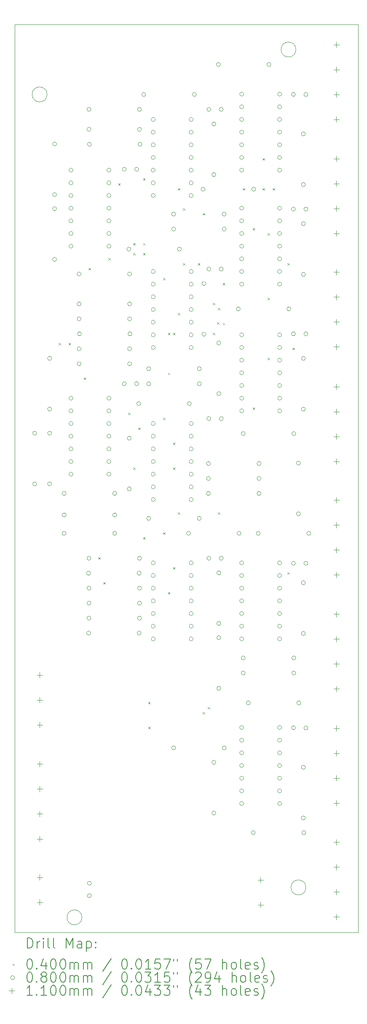
<source format=gbr>
%TF.GenerationSoftware,KiCad,Pcbnew,(6.0.8)*%
%TF.CreationDate,2022-11-05T23:26:08+09:00*%
%TF.ProjectId,CIRCUITOS,43495243-5549-4544-9f53-2e6b69636164,rev?*%
%TF.SameCoordinates,Original*%
%TF.FileFunction,Drillmap*%
%TF.FilePolarity,Positive*%
%FSLAX45Y45*%
G04 Gerber Fmt 4.5, Leading zero omitted, Abs format (unit mm)*
G04 Created by KiCad (PCBNEW (6.0.8)) date 2022-11-05 23:26:08*
%MOMM*%
%LPD*%
G01*
G04 APERTURE LIST*
%ADD10C,0.100000*%
%ADD11C,0.200000*%
%ADD12C,0.040000*%
%ADD13C,0.080000*%
%ADD14C,0.110000*%
G04 APERTURE END LIST*
D10*
X16150000Y-18700000D02*
G75*
G03*
X16150000Y-18700000I-150000J0D01*
G01*
X15950000Y-1900000D02*
G75*
G03*
X15950000Y-1900000I-150000J0D01*
G01*
X11650000Y-19300000D02*
G75*
G03*
X11650000Y-19300000I-150000J0D01*
G01*
X10950000Y-2800000D02*
G75*
G03*
X10950000Y-2800000I-150000J0D01*
G01*
X17200000Y-19600000D02*
X10300000Y-19600000D01*
X10300000Y-19600000D02*
X10300000Y-1400000D01*
X10300000Y-1400000D02*
X17200000Y-1400000D01*
X17200000Y-1400000D02*
X17200000Y-19600000D01*
D11*
D12*
X11180000Y-7780000D02*
X11220000Y-7820000D01*
X11220000Y-7780000D02*
X11180000Y-7820000D01*
X11380000Y-7780000D02*
X11420000Y-7820000D01*
X11420000Y-7780000D02*
X11380000Y-7820000D01*
X11684500Y-8475500D02*
X11724500Y-8515500D01*
X11724500Y-8475500D02*
X11684500Y-8515500D01*
X11780000Y-6280000D02*
X11820000Y-6320000D01*
X11820000Y-6280000D02*
X11780000Y-6320000D01*
X11980000Y-12080000D02*
X12020000Y-12120000D01*
X12020000Y-12080000D02*
X11980000Y-12120000D01*
X12080000Y-12580000D02*
X12120000Y-12620000D01*
X12120000Y-12580000D02*
X12080000Y-12620000D01*
X12180000Y-6080000D02*
X12220000Y-6120000D01*
X12220000Y-6080000D02*
X12180000Y-6120000D01*
X12380000Y-4580000D02*
X12420000Y-4620000D01*
X12420000Y-4580000D02*
X12380000Y-4620000D01*
X12580000Y-9180000D02*
X12620000Y-9220000D01*
X12620000Y-9180000D02*
X12580000Y-9220000D01*
X12680000Y-5780000D02*
X12720000Y-5820000D01*
X12720000Y-5780000D02*
X12680000Y-5820000D01*
X12680000Y-5980000D02*
X12720000Y-6020000D01*
X12720000Y-5980000D02*
X12680000Y-6020000D01*
X12680000Y-10280000D02*
X12720000Y-10320000D01*
X12720000Y-10280000D02*
X12680000Y-10320000D01*
X12780000Y-9480000D02*
X12820000Y-9520000D01*
X12820000Y-9480000D02*
X12780000Y-9520000D01*
X12880000Y-4480000D02*
X12920000Y-4520000D01*
X12920000Y-4480000D02*
X12880000Y-4520000D01*
X12880000Y-5780000D02*
X12920000Y-5820000D01*
X12920000Y-5780000D02*
X12880000Y-5820000D01*
X12880000Y-5980000D02*
X12920000Y-6020000D01*
X12920000Y-5980000D02*
X12880000Y-6020000D01*
X12880000Y-11680000D02*
X12920000Y-11720000D01*
X12920000Y-11680000D02*
X12880000Y-11720000D01*
X12980000Y-14980000D02*
X13020000Y-15020000D01*
X13020000Y-14980000D02*
X12980000Y-15020000D01*
X12980000Y-15480000D02*
X13020000Y-15520000D01*
X13020000Y-15480000D02*
X12980000Y-15520000D01*
X13280000Y-6480000D02*
X13320000Y-6520000D01*
X13320000Y-6480000D02*
X13280000Y-6520000D01*
X13280000Y-9280000D02*
X13320000Y-9320000D01*
X13320000Y-9280000D02*
X13280000Y-9320000D01*
X13280000Y-11580000D02*
X13320000Y-11620000D01*
X13320000Y-11580000D02*
X13280000Y-11620000D01*
X13380000Y-7580000D02*
X13420000Y-7620000D01*
X13420000Y-7580000D02*
X13380000Y-7620000D01*
X13380000Y-8380000D02*
X13420000Y-8420000D01*
X13420000Y-8380000D02*
X13380000Y-8420000D01*
X13380000Y-12780000D02*
X13420000Y-12820000D01*
X13420000Y-12780000D02*
X13380000Y-12820000D01*
X13480000Y-7580000D02*
X13520000Y-7620000D01*
X13520000Y-7580000D02*
X13480000Y-7620000D01*
X13480000Y-9780000D02*
X13520000Y-9820000D01*
X13520000Y-9780000D02*
X13480000Y-9820000D01*
X13480000Y-10280000D02*
X13520000Y-10320000D01*
X13520000Y-10280000D02*
X13480000Y-10320000D01*
X13480000Y-12280000D02*
X13520000Y-12320000D01*
X13520000Y-12280000D02*
X13480000Y-12320000D01*
X13580000Y-4680000D02*
X13620000Y-4720000D01*
X13620000Y-4680000D02*
X13580000Y-4720000D01*
X13580000Y-7180000D02*
X13620000Y-7220000D01*
X13620000Y-7180000D02*
X13580000Y-7220000D01*
X13580000Y-11180000D02*
X13620000Y-11220000D01*
X13620000Y-11180000D02*
X13580000Y-11220000D01*
X13680000Y-5080000D02*
X13720000Y-5120000D01*
X13720000Y-5080000D02*
X13680000Y-5120000D01*
X13680000Y-6180000D02*
X13720000Y-6220000D01*
X13720000Y-6180000D02*
X13680000Y-6220000D01*
X13980000Y-6180000D02*
X14020000Y-6220000D01*
X14020000Y-6180000D02*
X13980000Y-6220000D01*
X14080000Y-5180000D02*
X14120000Y-5220000D01*
X14120000Y-5180000D02*
X14080000Y-5220000D01*
X14080000Y-15180000D02*
X14120000Y-15220000D01*
X14120000Y-15180000D02*
X14080000Y-15220000D01*
X14180000Y-15080000D02*
X14220000Y-15120000D01*
X14220000Y-15080000D02*
X14180000Y-15120000D01*
X14280000Y-6980000D02*
X14320000Y-7020000D01*
X14320000Y-6980000D02*
X14280000Y-7020000D01*
X14280000Y-7580000D02*
X14320000Y-7620000D01*
X14320000Y-7580000D02*
X14280000Y-7620000D01*
X14365820Y-7365820D02*
X14405820Y-7405820D01*
X14405820Y-7365820D02*
X14365820Y-7405820D01*
X14380000Y-7080000D02*
X14420000Y-7120000D01*
X14420000Y-7080000D02*
X14380000Y-7120000D01*
X14380000Y-11180000D02*
X14420000Y-11220000D01*
X14420000Y-11180000D02*
X14380000Y-11220000D01*
X14480000Y-6580000D02*
X14520000Y-6620000D01*
X14520000Y-6580000D02*
X14480000Y-6620000D01*
X14480000Y-7380000D02*
X14520000Y-7420000D01*
X14520000Y-7380000D02*
X14480000Y-7420000D01*
X14880000Y-4680000D02*
X14920000Y-4720000D01*
X14920000Y-4680000D02*
X14880000Y-4720000D01*
X15080000Y-5480000D02*
X15120000Y-5520000D01*
X15120000Y-5480000D02*
X15080000Y-5520000D01*
X15080000Y-9080000D02*
X15120000Y-9120000D01*
X15120000Y-9080000D02*
X15080000Y-9120000D01*
X15280000Y-4080000D02*
X15320000Y-4120000D01*
X15320000Y-4080000D02*
X15280000Y-4120000D01*
X15280000Y-4680000D02*
X15320000Y-4720000D01*
X15320000Y-4680000D02*
X15280000Y-4720000D01*
X15380000Y-5580000D02*
X15420000Y-5620000D01*
X15420000Y-5580000D02*
X15380000Y-5620000D01*
X15380000Y-6880000D02*
X15420000Y-6920000D01*
X15420000Y-6880000D02*
X15380000Y-6920000D01*
X15380000Y-8080000D02*
X15420000Y-8120000D01*
X15420000Y-8080000D02*
X15380000Y-8120000D01*
X15480000Y-4680000D02*
X15520000Y-4720000D01*
X15520000Y-4680000D02*
X15480000Y-4720000D01*
X15780000Y-6180000D02*
X15820000Y-6220000D01*
X15820000Y-6180000D02*
X15780000Y-6220000D01*
X15780000Y-12380000D02*
X15820000Y-12420000D01*
X15820000Y-12380000D02*
X15780000Y-12420000D01*
X15880000Y-7880000D02*
X15920000Y-7920000D01*
X15920000Y-7880000D02*
X15880000Y-7920000D01*
D13*
X10740000Y-9592000D02*
G75*
G03*
X10740000Y-9592000I-40000J0D01*
G01*
X10740000Y-10608000D02*
G75*
G03*
X10740000Y-10608000I-40000J0D01*
G01*
X11040000Y-8092000D02*
G75*
G03*
X11040000Y-8092000I-40000J0D01*
G01*
X11040000Y-9108000D02*
G75*
G03*
X11040000Y-9108000I-40000J0D01*
G01*
X11040000Y-9592000D02*
G75*
G03*
X11040000Y-9592000I-40000J0D01*
G01*
X11040000Y-10608000D02*
G75*
G03*
X11040000Y-10608000I-40000J0D01*
G01*
X11140000Y-3792000D02*
G75*
G03*
X11140000Y-3792000I-40000J0D01*
G01*
X11140000Y-4808000D02*
G75*
G03*
X11140000Y-4808000I-40000J0D01*
G01*
X11140000Y-5092000D02*
G75*
G03*
X11140000Y-5092000I-40000J0D01*
G01*
X11140000Y-6108000D02*
G75*
G03*
X11140000Y-6108000I-40000J0D01*
G01*
X11332000Y-10800000D02*
G75*
G03*
X11332000Y-10800000I-40000J0D01*
G01*
X11332000Y-11232000D02*
G75*
G03*
X11332000Y-11232000I-40000J0D01*
G01*
X11332000Y-11600000D02*
G75*
G03*
X11332000Y-11600000I-40000J0D01*
G01*
X11470000Y-4317500D02*
G75*
G03*
X11470000Y-4317500I-40000J0D01*
G01*
X11470000Y-4571500D02*
G75*
G03*
X11470000Y-4571500I-40000J0D01*
G01*
X11470000Y-4825500D02*
G75*
G03*
X11470000Y-4825500I-40000J0D01*
G01*
X11470000Y-5079500D02*
G75*
G03*
X11470000Y-5079500I-40000J0D01*
G01*
X11470000Y-5333500D02*
G75*
G03*
X11470000Y-5333500I-40000J0D01*
G01*
X11470000Y-5587500D02*
G75*
G03*
X11470000Y-5587500I-40000J0D01*
G01*
X11470000Y-5841500D02*
G75*
G03*
X11470000Y-5841500I-40000J0D01*
G01*
X11470000Y-8889500D02*
G75*
G03*
X11470000Y-8889500I-40000J0D01*
G01*
X11470000Y-9143500D02*
G75*
G03*
X11470000Y-9143500I-40000J0D01*
G01*
X11470000Y-9397500D02*
G75*
G03*
X11470000Y-9397500I-40000J0D01*
G01*
X11470000Y-9651500D02*
G75*
G03*
X11470000Y-9651500I-40000J0D01*
G01*
X11470000Y-9905500D02*
G75*
G03*
X11470000Y-9905500I-40000J0D01*
G01*
X11470000Y-10159500D02*
G75*
G03*
X11470000Y-10159500I-40000J0D01*
G01*
X11470000Y-10413500D02*
G75*
G03*
X11470000Y-10413500I-40000J0D01*
G01*
X11632000Y-6400000D02*
G75*
G03*
X11632000Y-6400000I-40000J0D01*
G01*
X11632000Y-7000000D02*
G75*
G03*
X11632000Y-7000000I-40000J0D01*
G01*
X11632000Y-7300000D02*
G75*
G03*
X11632000Y-7300000I-40000J0D01*
G01*
X11632000Y-7900000D02*
G75*
G03*
X11632000Y-7900000I-40000J0D01*
G01*
X11632000Y-8200000D02*
G75*
G03*
X11632000Y-8200000I-40000J0D01*
G01*
X11640000Y-7600000D02*
G75*
G03*
X11640000Y-7600000I-40000J0D01*
G01*
X11824000Y-12400000D02*
G75*
G03*
X11824000Y-12400000I-40000J0D01*
G01*
X11824000Y-13600000D02*
G75*
G03*
X11824000Y-13600000I-40000J0D01*
G01*
X11832000Y-3100000D02*
G75*
G03*
X11832000Y-3100000I-40000J0D01*
G01*
X11832000Y-3500000D02*
G75*
G03*
X11832000Y-3500000I-40000J0D01*
G01*
X11832000Y-12100000D02*
G75*
G03*
X11832000Y-12100000I-40000J0D01*
G01*
X11832000Y-12700000D02*
G75*
G03*
X11832000Y-12700000I-40000J0D01*
G01*
X11832000Y-13000000D02*
G75*
G03*
X11832000Y-13000000I-40000J0D01*
G01*
X11832000Y-13300000D02*
G75*
G03*
X11832000Y-13300000I-40000J0D01*
G01*
X11840000Y-3800000D02*
G75*
G03*
X11840000Y-3800000I-40000J0D01*
G01*
X11840000Y-18616000D02*
G75*
G03*
X11840000Y-18616000I-40000J0D01*
G01*
X11840000Y-18866000D02*
G75*
G03*
X11840000Y-18866000I-40000J0D01*
G01*
X12232000Y-4317500D02*
G75*
G03*
X12232000Y-4317500I-40000J0D01*
G01*
X12232000Y-4571500D02*
G75*
G03*
X12232000Y-4571500I-40000J0D01*
G01*
X12232000Y-4825500D02*
G75*
G03*
X12232000Y-4825500I-40000J0D01*
G01*
X12232000Y-5079500D02*
G75*
G03*
X12232000Y-5079500I-40000J0D01*
G01*
X12232000Y-5333500D02*
G75*
G03*
X12232000Y-5333500I-40000J0D01*
G01*
X12232000Y-5587500D02*
G75*
G03*
X12232000Y-5587500I-40000J0D01*
G01*
X12232000Y-5841500D02*
G75*
G03*
X12232000Y-5841500I-40000J0D01*
G01*
X12232000Y-8889500D02*
G75*
G03*
X12232000Y-8889500I-40000J0D01*
G01*
X12232000Y-9143500D02*
G75*
G03*
X12232000Y-9143500I-40000J0D01*
G01*
X12232000Y-9397500D02*
G75*
G03*
X12232000Y-9397500I-40000J0D01*
G01*
X12232000Y-9651500D02*
G75*
G03*
X12232000Y-9651500I-40000J0D01*
G01*
X12232000Y-9905500D02*
G75*
G03*
X12232000Y-9905500I-40000J0D01*
G01*
X12232000Y-10159500D02*
G75*
G03*
X12232000Y-10159500I-40000J0D01*
G01*
X12232000Y-10413500D02*
G75*
G03*
X12232000Y-10413500I-40000J0D01*
G01*
X12348000Y-10800000D02*
G75*
G03*
X12348000Y-10800000I-40000J0D01*
G01*
X12348000Y-11232000D02*
G75*
G03*
X12348000Y-11232000I-40000J0D01*
G01*
X12348000Y-11600000D02*
G75*
G03*
X12348000Y-11600000I-40000J0D01*
G01*
X12540000Y-4300000D02*
G75*
G03*
X12540000Y-4300000I-40000J0D01*
G01*
X12540000Y-8600000D02*
G75*
G03*
X12540000Y-8600000I-40000J0D01*
G01*
X12632000Y-5900000D02*
G75*
G03*
X12632000Y-5900000I-40000J0D01*
G01*
X12640000Y-9692000D02*
G75*
G03*
X12640000Y-9692000I-40000J0D01*
G01*
X12640000Y-10708000D02*
G75*
G03*
X12640000Y-10708000I-40000J0D01*
G01*
X12648000Y-6400000D02*
G75*
G03*
X12648000Y-6400000I-40000J0D01*
G01*
X12648000Y-7000000D02*
G75*
G03*
X12648000Y-7000000I-40000J0D01*
G01*
X12648000Y-7300000D02*
G75*
G03*
X12648000Y-7300000I-40000J0D01*
G01*
X12648000Y-7900000D02*
G75*
G03*
X12648000Y-7900000I-40000J0D01*
G01*
X12648000Y-8200000D02*
G75*
G03*
X12648000Y-8200000I-40000J0D01*
G01*
X12656000Y-7600000D02*
G75*
G03*
X12656000Y-7600000I-40000J0D01*
G01*
X12790000Y-4300000D02*
G75*
G03*
X12790000Y-4300000I-40000J0D01*
G01*
X12790000Y-8600000D02*
G75*
G03*
X12790000Y-8600000I-40000J0D01*
G01*
X12832000Y-9000000D02*
G75*
G03*
X12832000Y-9000000I-40000J0D01*
G01*
X12840000Y-12400000D02*
G75*
G03*
X12840000Y-12400000I-40000J0D01*
G01*
X12840000Y-13600000D02*
G75*
G03*
X12840000Y-13600000I-40000J0D01*
G01*
X12848000Y-3100000D02*
G75*
G03*
X12848000Y-3100000I-40000J0D01*
G01*
X12848000Y-3500000D02*
G75*
G03*
X12848000Y-3500000I-40000J0D01*
G01*
X12848000Y-12100000D02*
G75*
G03*
X12848000Y-12100000I-40000J0D01*
G01*
X12848000Y-12700000D02*
G75*
G03*
X12848000Y-12700000I-40000J0D01*
G01*
X12848000Y-13000000D02*
G75*
G03*
X12848000Y-13000000I-40000J0D01*
G01*
X12848000Y-13300000D02*
G75*
G03*
X12848000Y-13300000I-40000J0D01*
G01*
X12856000Y-3800000D02*
G75*
G03*
X12856000Y-3800000I-40000J0D01*
G01*
X12932000Y-2800000D02*
G75*
G03*
X12932000Y-2800000I-40000J0D01*
G01*
X13032000Y-8300000D02*
G75*
G03*
X13032000Y-8300000I-40000J0D01*
G01*
X13032000Y-8600000D02*
G75*
G03*
X13032000Y-8600000I-40000J0D01*
G01*
X13032000Y-11300000D02*
G75*
G03*
X13032000Y-11300000I-40000J0D01*
G01*
X13122000Y-3301500D02*
G75*
G03*
X13122000Y-3301500I-40000J0D01*
G01*
X13122000Y-3555500D02*
G75*
G03*
X13122000Y-3555500I-40000J0D01*
G01*
X13122000Y-3809500D02*
G75*
G03*
X13122000Y-3809500I-40000J0D01*
G01*
X13122000Y-4063500D02*
G75*
G03*
X13122000Y-4063500I-40000J0D01*
G01*
X13122000Y-4317500D02*
G75*
G03*
X13122000Y-4317500I-40000J0D01*
G01*
X13122000Y-4571500D02*
G75*
G03*
X13122000Y-4571500I-40000J0D01*
G01*
X13122000Y-4825500D02*
G75*
G03*
X13122000Y-4825500I-40000J0D01*
G01*
X13122000Y-6350000D02*
G75*
G03*
X13122000Y-6350000I-40000J0D01*
G01*
X13122000Y-6604000D02*
G75*
G03*
X13122000Y-6604000I-40000J0D01*
G01*
X13122000Y-6858000D02*
G75*
G03*
X13122000Y-6858000I-40000J0D01*
G01*
X13122000Y-7112000D02*
G75*
G03*
X13122000Y-7112000I-40000J0D01*
G01*
X13122000Y-7366000D02*
G75*
G03*
X13122000Y-7366000I-40000J0D01*
G01*
X13122000Y-7620000D02*
G75*
G03*
X13122000Y-7620000I-40000J0D01*
G01*
X13122000Y-7874000D02*
G75*
G03*
X13122000Y-7874000I-40000J0D01*
G01*
X13122000Y-9398000D02*
G75*
G03*
X13122000Y-9398000I-40000J0D01*
G01*
X13122000Y-9652000D02*
G75*
G03*
X13122000Y-9652000I-40000J0D01*
G01*
X13122000Y-9906000D02*
G75*
G03*
X13122000Y-9906000I-40000J0D01*
G01*
X13122000Y-10160000D02*
G75*
G03*
X13122000Y-10160000I-40000J0D01*
G01*
X13122000Y-10414000D02*
G75*
G03*
X13122000Y-10414000I-40000J0D01*
G01*
X13122000Y-10668000D02*
G75*
G03*
X13122000Y-10668000I-40000J0D01*
G01*
X13122000Y-10922000D02*
G75*
G03*
X13122000Y-10922000I-40000J0D01*
G01*
X13122000Y-12192000D02*
G75*
G03*
X13122000Y-12192000I-40000J0D01*
G01*
X13122000Y-12446000D02*
G75*
G03*
X13122000Y-12446000I-40000J0D01*
G01*
X13122000Y-12700000D02*
G75*
G03*
X13122000Y-12700000I-40000J0D01*
G01*
X13122000Y-12954000D02*
G75*
G03*
X13122000Y-12954000I-40000J0D01*
G01*
X13122000Y-13208000D02*
G75*
G03*
X13122000Y-13208000I-40000J0D01*
G01*
X13122000Y-13462000D02*
G75*
G03*
X13122000Y-13462000I-40000J0D01*
G01*
X13122000Y-13716000D02*
G75*
G03*
X13122000Y-13716000I-40000J0D01*
G01*
X13532000Y-5200000D02*
G75*
G03*
X13532000Y-5200000I-40000J0D01*
G01*
X13532000Y-5500000D02*
G75*
G03*
X13532000Y-5500000I-40000J0D01*
G01*
X13532000Y-15900000D02*
G75*
G03*
X13532000Y-15900000I-40000J0D01*
G01*
X13648000Y-5900000D02*
G75*
G03*
X13648000Y-5900000I-40000J0D01*
G01*
X13832000Y-11600000D02*
G75*
G03*
X13832000Y-11600000I-40000J0D01*
G01*
X13848000Y-9000000D02*
G75*
G03*
X13848000Y-9000000I-40000J0D01*
G01*
X13884000Y-3301500D02*
G75*
G03*
X13884000Y-3301500I-40000J0D01*
G01*
X13884000Y-3555500D02*
G75*
G03*
X13884000Y-3555500I-40000J0D01*
G01*
X13884000Y-3809500D02*
G75*
G03*
X13884000Y-3809500I-40000J0D01*
G01*
X13884000Y-4063500D02*
G75*
G03*
X13884000Y-4063500I-40000J0D01*
G01*
X13884000Y-4317500D02*
G75*
G03*
X13884000Y-4317500I-40000J0D01*
G01*
X13884000Y-4571500D02*
G75*
G03*
X13884000Y-4571500I-40000J0D01*
G01*
X13884000Y-4825500D02*
G75*
G03*
X13884000Y-4825500I-40000J0D01*
G01*
X13884000Y-6350000D02*
G75*
G03*
X13884000Y-6350000I-40000J0D01*
G01*
X13884000Y-6604000D02*
G75*
G03*
X13884000Y-6604000I-40000J0D01*
G01*
X13884000Y-6858000D02*
G75*
G03*
X13884000Y-6858000I-40000J0D01*
G01*
X13884000Y-7112000D02*
G75*
G03*
X13884000Y-7112000I-40000J0D01*
G01*
X13884000Y-7366000D02*
G75*
G03*
X13884000Y-7366000I-40000J0D01*
G01*
X13884000Y-7620000D02*
G75*
G03*
X13884000Y-7620000I-40000J0D01*
G01*
X13884000Y-7874000D02*
G75*
G03*
X13884000Y-7874000I-40000J0D01*
G01*
X13884000Y-9398000D02*
G75*
G03*
X13884000Y-9398000I-40000J0D01*
G01*
X13884000Y-9652000D02*
G75*
G03*
X13884000Y-9652000I-40000J0D01*
G01*
X13884000Y-9906000D02*
G75*
G03*
X13884000Y-9906000I-40000J0D01*
G01*
X13884000Y-10160000D02*
G75*
G03*
X13884000Y-10160000I-40000J0D01*
G01*
X13884000Y-10414000D02*
G75*
G03*
X13884000Y-10414000I-40000J0D01*
G01*
X13884000Y-10668000D02*
G75*
G03*
X13884000Y-10668000I-40000J0D01*
G01*
X13884000Y-10922000D02*
G75*
G03*
X13884000Y-10922000I-40000J0D01*
G01*
X13884000Y-12192000D02*
G75*
G03*
X13884000Y-12192000I-40000J0D01*
G01*
X13884000Y-12446000D02*
G75*
G03*
X13884000Y-12446000I-40000J0D01*
G01*
X13884000Y-12700000D02*
G75*
G03*
X13884000Y-12700000I-40000J0D01*
G01*
X13884000Y-12954000D02*
G75*
G03*
X13884000Y-12954000I-40000J0D01*
G01*
X13884000Y-13208000D02*
G75*
G03*
X13884000Y-13208000I-40000J0D01*
G01*
X13884000Y-13462000D02*
G75*
G03*
X13884000Y-13462000I-40000J0D01*
G01*
X13884000Y-13716000D02*
G75*
G03*
X13884000Y-13716000I-40000J0D01*
G01*
X13948000Y-2800000D02*
G75*
G03*
X13948000Y-2800000I-40000J0D01*
G01*
X14048000Y-8300000D02*
G75*
G03*
X14048000Y-8300000I-40000J0D01*
G01*
X14048000Y-8600000D02*
G75*
G03*
X14048000Y-8600000I-40000J0D01*
G01*
X14048000Y-11300000D02*
G75*
G03*
X14048000Y-11300000I-40000J0D01*
G01*
X14124000Y-4700000D02*
G75*
G03*
X14124000Y-4700000I-40000J0D01*
G01*
X14140000Y-6592000D02*
G75*
G03*
X14140000Y-6592000I-40000J0D01*
G01*
X14140000Y-7608000D02*
G75*
G03*
X14140000Y-7608000I-40000J0D01*
G01*
X14232000Y-10200000D02*
G75*
G03*
X14232000Y-10200000I-40000J0D01*
G01*
X14232000Y-10500000D02*
G75*
G03*
X14232000Y-10500000I-40000J0D01*
G01*
X14232000Y-10800000D02*
G75*
G03*
X14232000Y-10800000I-40000J0D01*
G01*
X14240000Y-3100000D02*
G75*
G03*
X14240000Y-3100000I-40000J0D01*
G01*
X14240000Y-6300000D02*
G75*
G03*
X14240000Y-6300000I-40000J0D01*
G01*
X14240000Y-9300000D02*
G75*
G03*
X14240000Y-9300000I-40000J0D01*
G01*
X14240000Y-12100000D02*
G75*
G03*
X14240000Y-12100000I-40000J0D01*
G01*
X14340000Y-3392000D02*
G75*
G03*
X14340000Y-3392000I-40000J0D01*
G01*
X14340000Y-4408000D02*
G75*
G03*
X14340000Y-4408000I-40000J0D01*
G01*
X14340000Y-16192000D02*
G75*
G03*
X14340000Y-16192000I-40000J0D01*
G01*
X14340000Y-17208000D02*
G75*
G03*
X14340000Y-17208000I-40000J0D01*
G01*
X14432000Y-2200000D02*
G75*
G03*
X14432000Y-2200000I-40000J0D01*
G01*
X14440000Y-7784000D02*
G75*
G03*
X14440000Y-7784000I-40000J0D01*
G01*
X14440000Y-8800000D02*
G75*
G03*
X14440000Y-8800000I-40000J0D01*
G01*
X14440000Y-12392000D02*
G75*
G03*
X14440000Y-12392000I-40000J0D01*
G01*
X14440000Y-13408000D02*
G75*
G03*
X14440000Y-13408000I-40000J0D01*
G01*
X14440000Y-13692000D02*
G75*
G03*
X14440000Y-13692000I-40000J0D01*
G01*
X14440000Y-14708000D02*
G75*
G03*
X14440000Y-14708000I-40000J0D01*
G01*
X14490000Y-3100000D02*
G75*
G03*
X14490000Y-3100000I-40000J0D01*
G01*
X14490000Y-6300000D02*
G75*
G03*
X14490000Y-6300000I-40000J0D01*
G01*
X14490000Y-9300000D02*
G75*
G03*
X14490000Y-9300000I-40000J0D01*
G01*
X14490000Y-12100000D02*
G75*
G03*
X14490000Y-12100000I-40000J0D01*
G01*
X14548000Y-5200000D02*
G75*
G03*
X14548000Y-5200000I-40000J0D01*
G01*
X14548000Y-5500000D02*
G75*
G03*
X14548000Y-5500000I-40000J0D01*
G01*
X14548000Y-15900000D02*
G75*
G03*
X14548000Y-15900000I-40000J0D01*
G01*
X14832000Y-7100000D02*
G75*
G03*
X14832000Y-7100000I-40000J0D01*
G01*
X14848000Y-11600000D02*
G75*
G03*
X14848000Y-11600000I-40000J0D01*
G01*
X14900000Y-2793500D02*
G75*
G03*
X14900000Y-2793500I-40000J0D01*
G01*
X14900000Y-3047500D02*
G75*
G03*
X14900000Y-3047500I-40000J0D01*
G01*
X14900000Y-3301500D02*
G75*
G03*
X14900000Y-3301500I-40000J0D01*
G01*
X14900000Y-3555500D02*
G75*
G03*
X14900000Y-3555500I-40000J0D01*
G01*
X14900000Y-3809500D02*
G75*
G03*
X14900000Y-3809500I-40000J0D01*
G01*
X14900000Y-4063500D02*
G75*
G03*
X14900000Y-4063500I-40000J0D01*
G01*
X14900000Y-4317500D02*
G75*
G03*
X14900000Y-4317500I-40000J0D01*
G01*
X14900000Y-5079500D02*
G75*
G03*
X14900000Y-5079500I-40000J0D01*
G01*
X14900000Y-5333500D02*
G75*
G03*
X14900000Y-5333500I-40000J0D01*
G01*
X14900000Y-5587500D02*
G75*
G03*
X14900000Y-5587500I-40000J0D01*
G01*
X14900000Y-5841500D02*
G75*
G03*
X14900000Y-5841500I-40000J0D01*
G01*
X14900000Y-6095500D02*
G75*
G03*
X14900000Y-6095500I-40000J0D01*
G01*
X14900000Y-6349500D02*
G75*
G03*
X14900000Y-6349500I-40000J0D01*
G01*
X14900000Y-6603500D02*
G75*
G03*
X14900000Y-6603500I-40000J0D01*
G01*
X14900000Y-7620000D02*
G75*
G03*
X14900000Y-7620000I-40000J0D01*
G01*
X14900000Y-7874000D02*
G75*
G03*
X14900000Y-7874000I-40000J0D01*
G01*
X14900000Y-8128000D02*
G75*
G03*
X14900000Y-8128000I-40000J0D01*
G01*
X14900000Y-8382000D02*
G75*
G03*
X14900000Y-8382000I-40000J0D01*
G01*
X14900000Y-8636000D02*
G75*
G03*
X14900000Y-8636000I-40000J0D01*
G01*
X14900000Y-8890000D02*
G75*
G03*
X14900000Y-8890000I-40000J0D01*
G01*
X14900000Y-9144000D02*
G75*
G03*
X14900000Y-9144000I-40000J0D01*
G01*
X14900000Y-12191500D02*
G75*
G03*
X14900000Y-12191500I-40000J0D01*
G01*
X14900000Y-12445500D02*
G75*
G03*
X14900000Y-12445500I-40000J0D01*
G01*
X14900000Y-12699500D02*
G75*
G03*
X14900000Y-12699500I-40000J0D01*
G01*
X14900000Y-12953500D02*
G75*
G03*
X14900000Y-12953500I-40000J0D01*
G01*
X14900000Y-13207500D02*
G75*
G03*
X14900000Y-13207500I-40000J0D01*
G01*
X14900000Y-13461500D02*
G75*
G03*
X14900000Y-13461500I-40000J0D01*
G01*
X14900000Y-13715500D02*
G75*
G03*
X14900000Y-13715500I-40000J0D01*
G01*
X14900000Y-15493500D02*
G75*
G03*
X14900000Y-15493500I-40000J0D01*
G01*
X14900000Y-15747500D02*
G75*
G03*
X14900000Y-15747500I-40000J0D01*
G01*
X14900000Y-16001500D02*
G75*
G03*
X14900000Y-16001500I-40000J0D01*
G01*
X14900000Y-16255500D02*
G75*
G03*
X14900000Y-16255500I-40000J0D01*
G01*
X14900000Y-16509500D02*
G75*
G03*
X14900000Y-16509500I-40000J0D01*
G01*
X14900000Y-16763500D02*
G75*
G03*
X14900000Y-16763500I-40000J0D01*
G01*
X14900000Y-17017500D02*
G75*
G03*
X14900000Y-17017500I-40000J0D01*
G01*
X14932000Y-9600000D02*
G75*
G03*
X14932000Y-9600000I-40000J0D01*
G01*
X14932000Y-14100000D02*
G75*
G03*
X14932000Y-14100000I-40000J0D01*
G01*
X14932000Y-14400000D02*
G75*
G03*
X14932000Y-14400000I-40000J0D01*
G01*
X15032000Y-15000000D02*
G75*
G03*
X15032000Y-15000000I-40000J0D01*
G01*
X15132000Y-17600000D02*
G75*
G03*
X15132000Y-17600000I-40000J0D01*
G01*
X15140000Y-4700000D02*
G75*
G03*
X15140000Y-4700000I-40000J0D01*
G01*
X15232000Y-11600000D02*
G75*
G03*
X15232000Y-11600000I-40000J0D01*
G01*
X15248000Y-10200000D02*
G75*
G03*
X15248000Y-10200000I-40000J0D01*
G01*
X15248000Y-10500000D02*
G75*
G03*
X15248000Y-10500000I-40000J0D01*
G01*
X15248000Y-10800000D02*
G75*
G03*
X15248000Y-10800000I-40000J0D01*
G01*
X15448000Y-2200000D02*
G75*
G03*
X15448000Y-2200000I-40000J0D01*
G01*
X15662000Y-2793500D02*
G75*
G03*
X15662000Y-2793500I-40000J0D01*
G01*
X15662000Y-3047500D02*
G75*
G03*
X15662000Y-3047500I-40000J0D01*
G01*
X15662000Y-3301500D02*
G75*
G03*
X15662000Y-3301500I-40000J0D01*
G01*
X15662000Y-3555500D02*
G75*
G03*
X15662000Y-3555500I-40000J0D01*
G01*
X15662000Y-3809500D02*
G75*
G03*
X15662000Y-3809500I-40000J0D01*
G01*
X15662000Y-4063500D02*
G75*
G03*
X15662000Y-4063500I-40000J0D01*
G01*
X15662000Y-4317500D02*
G75*
G03*
X15662000Y-4317500I-40000J0D01*
G01*
X15662000Y-5079500D02*
G75*
G03*
X15662000Y-5079500I-40000J0D01*
G01*
X15662000Y-5333500D02*
G75*
G03*
X15662000Y-5333500I-40000J0D01*
G01*
X15662000Y-5587500D02*
G75*
G03*
X15662000Y-5587500I-40000J0D01*
G01*
X15662000Y-5841500D02*
G75*
G03*
X15662000Y-5841500I-40000J0D01*
G01*
X15662000Y-6095500D02*
G75*
G03*
X15662000Y-6095500I-40000J0D01*
G01*
X15662000Y-6349500D02*
G75*
G03*
X15662000Y-6349500I-40000J0D01*
G01*
X15662000Y-6603500D02*
G75*
G03*
X15662000Y-6603500I-40000J0D01*
G01*
X15662000Y-7620000D02*
G75*
G03*
X15662000Y-7620000I-40000J0D01*
G01*
X15662000Y-7874000D02*
G75*
G03*
X15662000Y-7874000I-40000J0D01*
G01*
X15662000Y-8128000D02*
G75*
G03*
X15662000Y-8128000I-40000J0D01*
G01*
X15662000Y-8382000D02*
G75*
G03*
X15662000Y-8382000I-40000J0D01*
G01*
X15662000Y-8636000D02*
G75*
G03*
X15662000Y-8636000I-40000J0D01*
G01*
X15662000Y-8890000D02*
G75*
G03*
X15662000Y-8890000I-40000J0D01*
G01*
X15662000Y-9144000D02*
G75*
G03*
X15662000Y-9144000I-40000J0D01*
G01*
X15662000Y-12191500D02*
G75*
G03*
X15662000Y-12191500I-40000J0D01*
G01*
X15662000Y-12445500D02*
G75*
G03*
X15662000Y-12445500I-40000J0D01*
G01*
X15662000Y-12699500D02*
G75*
G03*
X15662000Y-12699500I-40000J0D01*
G01*
X15662000Y-12953500D02*
G75*
G03*
X15662000Y-12953500I-40000J0D01*
G01*
X15662000Y-13207500D02*
G75*
G03*
X15662000Y-13207500I-40000J0D01*
G01*
X15662000Y-13461500D02*
G75*
G03*
X15662000Y-13461500I-40000J0D01*
G01*
X15662000Y-13715500D02*
G75*
G03*
X15662000Y-13715500I-40000J0D01*
G01*
X15662000Y-15493500D02*
G75*
G03*
X15662000Y-15493500I-40000J0D01*
G01*
X15662000Y-15747500D02*
G75*
G03*
X15662000Y-15747500I-40000J0D01*
G01*
X15662000Y-16001500D02*
G75*
G03*
X15662000Y-16001500I-40000J0D01*
G01*
X15662000Y-16255500D02*
G75*
G03*
X15662000Y-16255500I-40000J0D01*
G01*
X15662000Y-16509500D02*
G75*
G03*
X15662000Y-16509500I-40000J0D01*
G01*
X15662000Y-16763500D02*
G75*
G03*
X15662000Y-16763500I-40000J0D01*
G01*
X15662000Y-17017500D02*
G75*
G03*
X15662000Y-17017500I-40000J0D01*
G01*
X15848000Y-7100000D02*
G75*
G03*
X15848000Y-7100000I-40000J0D01*
G01*
X15940000Y-2800000D02*
G75*
G03*
X15940000Y-2800000I-40000J0D01*
G01*
X15940000Y-5100000D02*
G75*
G03*
X15940000Y-5100000I-40000J0D01*
G01*
X15940000Y-7600000D02*
G75*
G03*
X15940000Y-7600000I-40000J0D01*
G01*
X15940000Y-12200000D02*
G75*
G03*
X15940000Y-12200000I-40000J0D01*
G01*
X15940000Y-15500000D02*
G75*
G03*
X15940000Y-15500000I-40000J0D01*
G01*
X15948000Y-9600000D02*
G75*
G03*
X15948000Y-9600000I-40000J0D01*
G01*
X15948000Y-14100000D02*
G75*
G03*
X15948000Y-14100000I-40000J0D01*
G01*
X15948000Y-14400000D02*
G75*
G03*
X15948000Y-14400000I-40000J0D01*
G01*
X16040000Y-10192000D02*
G75*
G03*
X16040000Y-10192000I-40000J0D01*
G01*
X16040000Y-11208000D02*
G75*
G03*
X16040000Y-11208000I-40000J0D01*
G01*
X16048000Y-15000000D02*
G75*
G03*
X16048000Y-15000000I-40000J0D01*
G01*
X16140000Y-3592000D02*
G75*
G03*
X16140000Y-3592000I-40000J0D01*
G01*
X16140000Y-4608000D02*
G75*
G03*
X16140000Y-4608000I-40000J0D01*
G01*
X16140000Y-5392000D02*
G75*
G03*
X16140000Y-5392000I-40000J0D01*
G01*
X16140000Y-6408000D02*
G75*
G03*
X16140000Y-6408000I-40000J0D01*
G01*
X16140000Y-8092000D02*
G75*
G03*
X16140000Y-8092000I-40000J0D01*
G01*
X16140000Y-9108000D02*
G75*
G03*
X16140000Y-9108000I-40000J0D01*
G01*
X16140000Y-12592000D02*
G75*
G03*
X16140000Y-12592000I-40000J0D01*
G01*
X16140000Y-13608000D02*
G75*
G03*
X16140000Y-13608000I-40000J0D01*
G01*
X16140000Y-16292000D02*
G75*
G03*
X16140000Y-16292000I-40000J0D01*
G01*
X16140000Y-17308000D02*
G75*
G03*
X16140000Y-17308000I-40000J0D01*
G01*
X16148000Y-17600000D02*
G75*
G03*
X16148000Y-17600000I-40000J0D01*
G01*
X16190000Y-2800000D02*
G75*
G03*
X16190000Y-2800000I-40000J0D01*
G01*
X16190000Y-5100000D02*
G75*
G03*
X16190000Y-5100000I-40000J0D01*
G01*
X16190000Y-7600000D02*
G75*
G03*
X16190000Y-7600000I-40000J0D01*
G01*
X16190000Y-12200000D02*
G75*
G03*
X16190000Y-12200000I-40000J0D01*
G01*
X16190000Y-15500000D02*
G75*
G03*
X16190000Y-15500000I-40000J0D01*
G01*
X16248000Y-11600000D02*
G75*
G03*
X16248000Y-11600000I-40000J0D01*
G01*
D14*
X10800000Y-14389000D02*
X10800000Y-14499000D01*
X10745000Y-14444000D02*
X10855000Y-14444000D01*
X10800000Y-14889000D02*
X10800000Y-14999000D01*
X10745000Y-14944000D02*
X10855000Y-14944000D01*
X10800000Y-15389000D02*
X10800000Y-15499000D01*
X10745000Y-15444000D02*
X10855000Y-15444000D01*
X10800000Y-16171000D02*
X10800000Y-16281000D01*
X10745000Y-16226000D02*
X10855000Y-16226000D01*
X10800000Y-16671000D02*
X10800000Y-16781000D01*
X10745000Y-16726000D02*
X10855000Y-16726000D01*
X10800000Y-17171000D02*
X10800000Y-17281000D01*
X10745000Y-17226000D02*
X10855000Y-17226000D01*
X10800000Y-17671000D02*
X10800000Y-17781000D01*
X10745000Y-17726000D02*
X10855000Y-17726000D01*
X10800000Y-18445000D02*
X10800000Y-18555000D01*
X10745000Y-18500000D02*
X10855000Y-18500000D01*
X10800000Y-18945000D02*
X10800000Y-19055000D01*
X10745000Y-19000000D02*
X10855000Y-19000000D01*
X15240000Y-18495000D02*
X15240000Y-18605000D01*
X15185000Y-18550000D02*
X15295000Y-18550000D01*
X15240000Y-18995000D02*
X15240000Y-19105000D01*
X15185000Y-19050000D02*
X15295000Y-19050000D01*
X16764000Y-1747000D02*
X16764000Y-1857000D01*
X16709000Y-1802000D02*
X16819000Y-1802000D01*
X16764000Y-2247000D02*
X16764000Y-2357000D01*
X16709000Y-2302000D02*
X16819000Y-2302000D01*
X16764000Y-2747000D02*
X16764000Y-2857000D01*
X16709000Y-2802000D02*
X16819000Y-2802000D01*
X16764000Y-3247000D02*
X16764000Y-3357000D01*
X16709000Y-3302000D02*
X16819000Y-3302000D01*
X16764000Y-4033000D02*
X16764000Y-4143000D01*
X16709000Y-4088000D02*
X16819000Y-4088000D01*
X16764000Y-4533000D02*
X16764000Y-4643000D01*
X16709000Y-4588000D02*
X16819000Y-4588000D01*
X16764000Y-5033000D02*
X16764000Y-5143000D01*
X16709000Y-5088000D02*
X16819000Y-5088000D01*
X16764000Y-5533000D02*
X16764000Y-5643000D01*
X16709000Y-5588000D02*
X16819000Y-5588000D01*
X16764000Y-6307000D02*
X16764000Y-6417000D01*
X16709000Y-6362000D02*
X16819000Y-6362000D01*
X16764000Y-6807000D02*
X16764000Y-6917000D01*
X16709000Y-6862000D02*
X16819000Y-6862000D01*
X16764000Y-7307000D02*
X16764000Y-7417000D01*
X16709000Y-7362000D02*
X16819000Y-7362000D01*
X16764000Y-7807000D02*
X16764000Y-7917000D01*
X16709000Y-7862000D02*
X16819000Y-7862000D01*
X16764000Y-8605000D02*
X16764000Y-8715000D01*
X16709000Y-8660000D02*
X16819000Y-8660000D01*
X16764000Y-9105000D02*
X16764000Y-9215000D01*
X16709000Y-9160000D02*
X16819000Y-9160000D01*
X16764000Y-9605000D02*
X16764000Y-9715000D01*
X16709000Y-9660000D02*
X16819000Y-9660000D01*
X16764000Y-10105000D02*
X16764000Y-10215000D01*
X16709000Y-10160000D02*
X16819000Y-10160000D01*
X16764000Y-10879000D02*
X16764000Y-10989000D01*
X16709000Y-10934000D02*
X16819000Y-10934000D01*
X16764000Y-11379000D02*
X16764000Y-11489000D01*
X16709000Y-11434000D02*
X16819000Y-11434000D01*
X16764000Y-11879000D02*
X16764000Y-11989000D01*
X16709000Y-11934000D02*
X16819000Y-11934000D01*
X16764000Y-12379000D02*
X16764000Y-12489000D01*
X16709000Y-12434000D02*
X16819000Y-12434000D01*
X16764000Y-13165000D02*
X16764000Y-13275000D01*
X16709000Y-13220000D02*
X16819000Y-13220000D01*
X16764000Y-13665000D02*
X16764000Y-13775000D01*
X16709000Y-13720000D02*
X16819000Y-13720000D01*
X16764000Y-14165000D02*
X16764000Y-14275000D01*
X16709000Y-14220000D02*
X16819000Y-14220000D01*
X16764000Y-14665000D02*
X16764000Y-14775000D01*
X16709000Y-14720000D02*
X16819000Y-14720000D01*
X16764000Y-15455000D02*
X16764000Y-15565000D01*
X16709000Y-15510000D02*
X16819000Y-15510000D01*
X16764000Y-15955000D02*
X16764000Y-16065000D01*
X16709000Y-16010000D02*
X16819000Y-16010000D01*
X16764000Y-16455000D02*
X16764000Y-16565000D01*
X16709000Y-16510000D02*
X16819000Y-16510000D01*
X16764000Y-16955000D02*
X16764000Y-17065000D01*
X16709000Y-17010000D02*
X16819000Y-17010000D01*
X16764000Y-17737000D02*
X16764000Y-17847000D01*
X16709000Y-17792000D02*
X16819000Y-17792000D01*
X16764000Y-18237000D02*
X16764000Y-18347000D01*
X16709000Y-18292000D02*
X16819000Y-18292000D01*
X16764000Y-18737000D02*
X16764000Y-18847000D01*
X16709000Y-18792000D02*
X16819000Y-18792000D01*
X16764000Y-19237000D02*
X16764000Y-19347000D01*
X16709000Y-19292000D02*
X16819000Y-19292000D01*
D11*
X10552619Y-19915476D02*
X10552619Y-19715476D01*
X10600238Y-19715476D01*
X10628810Y-19725000D01*
X10647857Y-19744048D01*
X10657381Y-19763095D01*
X10666905Y-19801190D01*
X10666905Y-19829762D01*
X10657381Y-19867857D01*
X10647857Y-19886905D01*
X10628810Y-19905952D01*
X10600238Y-19915476D01*
X10552619Y-19915476D01*
X10752619Y-19915476D02*
X10752619Y-19782143D01*
X10752619Y-19820238D02*
X10762143Y-19801190D01*
X10771667Y-19791667D01*
X10790714Y-19782143D01*
X10809762Y-19782143D01*
X10876429Y-19915476D02*
X10876429Y-19782143D01*
X10876429Y-19715476D02*
X10866905Y-19725000D01*
X10876429Y-19734524D01*
X10885952Y-19725000D01*
X10876429Y-19715476D01*
X10876429Y-19734524D01*
X11000238Y-19915476D02*
X10981190Y-19905952D01*
X10971667Y-19886905D01*
X10971667Y-19715476D01*
X11105000Y-19915476D02*
X11085952Y-19905952D01*
X11076429Y-19886905D01*
X11076429Y-19715476D01*
X11333571Y-19915476D02*
X11333571Y-19715476D01*
X11400238Y-19858333D01*
X11466905Y-19715476D01*
X11466905Y-19915476D01*
X11647857Y-19915476D02*
X11647857Y-19810714D01*
X11638333Y-19791667D01*
X11619286Y-19782143D01*
X11581190Y-19782143D01*
X11562143Y-19791667D01*
X11647857Y-19905952D02*
X11628809Y-19915476D01*
X11581190Y-19915476D01*
X11562143Y-19905952D01*
X11552619Y-19886905D01*
X11552619Y-19867857D01*
X11562143Y-19848810D01*
X11581190Y-19839286D01*
X11628809Y-19839286D01*
X11647857Y-19829762D01*
X11743095Y-19782143D02*
X11743095Y-19982143D01*
X11743095Y-19791667D02*
X11762143Y-19782143D01*
X11800238Y-19782143D01*
X11819286Y-19791667D01*
X11828809Y-19801190D01*
X11838333Y-19820238D01*
X11838333Y-19877381D01*
X11828809Y-19896429D01*
X11819286Y-19905952D01*
X11800238Y-19915476D01*
X11762143Y-19915476D01*
X11743095Y-19905952D01*
X11924048Y-19896429D02*
X11933571Y-19905952D01*
X11924048Y-19915476D01*
X11914524Y-19905952D01*
X11924048Y-19896429D01*
X11924048Y-19915476D01*
X11924048Y-19791667D02*
X11933571Y-19801190D01*
X11924048Y-19810714D01*
X11914524Y-19801190D01*
X11924048Y-19791667D01*
X11924048Y-19810714D01*
D12*
X10255000Y-20225000D02*
X10295000Y-20265000D01*
X10295000Y-20225000D02*
X10255000Y-20265000D01*
D11*
X10590714Y-20135476D02*
X10609762Y-20135476D01*
X10628810Y-20145000D01*
X10638333Y-20154524D01*
X10647857Y-20173571D01*
X10657381Y-20211667D01*
X10657381Y-20259286D01*
X10647857Y-20297381D01*
X10638333Y-20316429D01*
X10628810Y-20325952D01*
X10609762Y-20335476D01*
X10590714Y-20335476D01*
X10571667Y-20325952D01*
X10562143Y-20316429D01*
X10552619Y-20297381D01*
X10543095Y-20259286D01*
X10543095Y-20211667D01*
X10552619Y-20173571D01*
X10562143Y-20154524D01*
X10571667Y-20145000D01*
X10590714Y-20135476D01*
X10743095Y-20316429D02*
X10752619Y-20325952D01*
X10743095Y-20335476D01*
X10733571Y-20325952D01*
X10743095Y-20316429D01*
X10743095Y-20335476D01*
X10924048Y-20202143D02*
X10924048Y-20335476D01*
X10876429Y-20125952D02*
X10828810Y-20268810D01*
X10952619Y-20268810D01*
X11066905Y-20135476D02*
X11085952Y-20135476D01*
X11105000Y-20145000D01*
X11114524Y-20154524D01*
X11124048Y-20173571D01*
X11133571Y-20211667D01*
X11133571Y-20259286D01*
X11124048Y-20297381D01*
X11114524Y-20316429D01*
X11105000Y-20325952D01*
X11085952Y-20335476D01*
X11066905Y-20335476D01*
X11047857Y-20325952D01*
X11038333Y-20316429D01*
X11028810Y-20297381D01*
X11019286Y-20259286D01*
X11019286Y-20211667D01*
X11028810Y-20173571D01*
X11038333Y-20154524D01*
X11047857Y-20145000D01*
X11066905Y-20135476D01*
X11257381Y-20135476D02*
X11276428Y-20135476D01*
X11295476Y-20145000D01*
X11305000Y-20154524D01*
X11314524Y-20173571D01*
X11324048Y-20211667D01*
X11324048Y-20259286D01*
X11314524Y-20297381D01*
X11305000Y-20316429D01*
X11295476Y-20325952D01*
X11276428Y-20335476D01*
X11257381Y-20335476D01*
X11238333Y-20325952D01*
X11228809Y-20316429D01*
X11219286Y-20297381D01*
X11209762Y-20259286D01*
X11209762Y-20211667D01*
X11219286Y-20173571D01*
X11228809Y-20154524D01*
X11238333Y-20145000D01*
X11257381Y-20135476D01*
X11409762Y-20335476D02*
X11409762Y-20202143D01*
X11409762Y-20221190D02*
X11419286Y-20211667D01*
X11438333Y-20202143D01*
X11466905Y-20202143D01*
X11485952Y-20211667D01*
X11495476Y-20230714D01*
X11495476Y-20335476D01*
X11495476Y-20230714D02*
X11505000Y-20211667D01*
X11524048Y-20202143D01*
X11552619Y-20202143D01*
X11571667Y-20211667D01*
X11581190Y-20230714D01*
X11581190Y-20335476D01*
X11676428Y-20335476D02*
X11676428Y-20202143D01*
X11676428Y-20221190D02*
X11685952Y-20211667D01*
X11705000Y-20202143D01*
X11733571Y-20202143D01*
X11752619Y-20211667D01*
X11762143Y-20230714D01*
X11762143Y-20335476D01*
X11762143Y-20230714D02*
X11771667Y-20211667D01*
X11790714Y-20202143D01*
X11819286Y-20202143D01*
X11838333Y-20211667D01*
X11847857Y-20230714D01*
X11847857Y-20335476D01*
X12238333Y-20125952D02*
X12066905Y-20383095D01*
X12495476Y-20135476D02*
X12514524Y-20135476D01*
X12533571Y-20145000D01*
X12543095Y-20154524D01*
X12552619Y-20173571D01*
X12562143Y-20211667D01*
X12562143Y-20259286D01*
X12552619Y-20297381D01*
X12543095Y-20316429D01*
X12533571Y-20325952D01*
X12514524Y-20335476D01*
X12495476Y-20335476D01*
X12476428Y-20325952D01*
X12466905Y-20316429D01*
X12457381Y-20297381D01*
X12447857Y-20259286D01*
X12447857Y-20211667D01*
X12457381Y-20173571D01*
X12466905Y-20154524D01*
X12476428Y-20145000D01*
X12495476Y-20135476D01*
X12647857Y-20316429D02*
X12657381Y-20325952D01*
X12647857Y-20335476D01*
X12638333Y-20325952D01*
X12647857Y-20316429D01*
X12647857Y-20335476D01*
X12781190Y-20135476D02*
X12800238Y-20135476D01*
X12819286Y-20145000D01*
X12828809Y-20154524D01*
X12838333Y-20173571D01*
X12847857Y-20211667D01*
X12847857Y-20259286D01*
X12838333Y-20297381D01*
X12828809Y-20316429D01*
X12819286Y-20325952D01*
X12800238Y-20335476D01*
X12781190Y-20335476D01*
X12762143Y-20325952D01*
X12752619Y-20316429D01*
X12743095Y-20297381D01*
X12733571Y-20259286D01*
X12733571Y-20211667D01*
X12743095Y-20173571D01*
X12752619Y-20154524D01*
X12762143Y-20145000D01*
X12781190Y-20135476D01*
X13038333Y-20335476D02*
X12924048Y-20335476D01*
X12981190Y-20335476D02*
X12981190Y-20135476D01*
X12962143Y-20164048D01*
X12943095Y-20183095D01*
X12924048Y-20192619D01*
X13219286Y-20135476D02*
X13124048Y-20135476D01*
X13114524Y-20230714D01*
X13124048Y-20221190D01*
X13143095Y-20211667D01*
X13190714Y-20211667D01*
X13209762Y-20221190D01*
X13219286Y-20230714D01*
X13228809Y-20249762D01*
X13228809Y-20297381D01*
X13219286Y-20316429D01*
X13209762Y-20325952D01*
X13190714Y-20335476D01*
X13143095Y-20335476D01*
X13124048Y-20325952D01*
X13114524Y-20316429D01*
X13295476Y-20135476D02*
X13428809Y-20135476D01*
X13343095Y-20335476D01*
X13495476Y-20135476D02*
X13495476Y-20173571D01*
X13571667Y-20135476D02*
X13571667Y-20173571D01*
X13866905Y-20411667D02*
X13857381Y-20402143D01*
X13838333Y-20373571D01*
X13828809Y-20354524D01*
X13819286Y-20325952D01*
X13809762Y-20278333D01*
X13809762Y-20240238D01*
X13819286Y-20192619D01*
X13828809Y-20164048D01*
X13838333Y-20145000D01*
X13857381Y-20116429D01*
X13866905Y-20106905D01*
X14038333Y-20135476D02*
X13943095Y-20135476D01*
X13933571Y-20230714D01*
X13943095Y-20221190D01*
X13962143Y-20211667D01*
X14009762Y-20211667D01*
X14028809Y-20221190D01*
X14038333Y-20230714D01*
X14047857Y-20249762D01*
X14047857Y-20297381D01*
X14038333Y-20316429D01*
X14028809Y-20325952D01*
X14009762Y-20335476D01*
X13962143Y-20335476D01*
X13943095Y-20325952D01*
X13933571Y-20316429D01*
X14114524Y-20135476D02*
X14247857Y-20135476D01*
X14162143Y-20335476D01*
X14476428Y-20335476D02*
X14476428Y-20135476D01*
X14562143Y-20335476D02*
X14562143Y-20230714D01*
X14552619Y-20211667D01*
X14533571Y-20202143D01*
X14505000Y-20202143D01*
X14485952Y-20211667D01*
X14476428Y-20221190D01*
X14685952Y-20335476D02*
X14666905Y-20325952D01*
X14657381Y-20316429D01*
X14647857Y-20297381D01*
X14647857Y-20240238D01*
X14657381Y-20221190D01*
X14666905Y-20211667D01*
X14685952Y-20202143D01*
X14714524Y-20202143D01*
X14733571Y-20211667D01*
X14743095Y-20221190D01*
X14752619Y-20240238D01*
X14752619Y-20297381D01*
X14743095Y-20316429D01*
X14733571Y-20325952D01*
X14714524Y-20335476D01*
X14685952Y-20335476D01*
X14866905Y-20335476D02*
X14847857Y-20325952D01*
X14838333Y-20306905D01*
X14838333Y-20135476D01*
X15019286Y-20325952D02*
X15000238Y-20335476D01*
X14962143Y-20335476D01*
X14943095Y-20325952D01*
X14933571Y-20306905D01*
X14933571Y-20230714D01*
X14943095Y-20211667D01*
X14962143Y-20202143D01*
X15000238Y-20202143D01*
X15019286Y-20211667D01*
X15028809Y-20230714D01*
X15028809Y-20249762D01*
X14933571Y-20268810D01*
X15105000Y-20325952D02*
X15124048Y-20335476D01*
X15162143Y-20335476D01*
X15181190Y-20325952D01*
X15190714Y-20306905D01*
X15190714Y-20297381D01*
X15181190Y-20278333D01*
X15162143Y-20268810D01*
X15133571Y-20268810D01*
X15114524Y-20259286D01*
X15105000Y-20240238D01*
X15105000Y-20230714D01*
X15114524Y-20211667D01*
X15133571Y-20202143D01*
X15162143Y-20202143D01*
X15181190Y-20211667D01*
X15257381Y-20411667D02*
X15266905Y-20402143D01*
X15285952Y-20373571D01*
X15295476Y-20354524D01*
X15305000Y-20325952D01*
X15314524Y-20278333D01*
X15314524Y-20240238D01*
X15305000Y-20192619D01*
X15295476Y-20164048D01*
X15285952Y-20145000D01*
X15266905Y-20116429D01*
X15257381Y-20106905D01*
D13*
X10295000Y-20509000D02*
G75*
G03*
X10295000Y-20509000I-40000J0D01*
G01*
D11*
X10590714Y-20399476D02*
X10609762Y-20399476D01*
X10628810Y-20409000D01*
X10638333Y-20418524D01*
X10647857Y-20437571D01*
X10657381Y-20475667D01*
X10657381Y-20523286D01*
X10647857Y-20561381D01*
X10638333Y-20580429D01*
X10628810Y-20589952D01*
X10609762Y-20599476D01*
X10590714Y-20599476D01*
X10571667Y-20589952D01*
X10562143Y-20580429D01*
X10552619Y-20561381D01*
X10543095Y-20523286D01*
X10543095Y-20475667D01*
X10552619Y-20437571D01*
X10562143Y-20418524D01*
X10571667Y-20409000D01*
X10590714Y-20399476D01*
X10743095Y-20580429D02*
X10752619Y-20589952D01*
X10743095Y-20599476D01*
X10733571Y-20589952D01*
X10743095Y-20580429D01*
X10743095Y-20599476D01*
X10866905Y-20485190D02*
X10847857Y-20475667D01*
X10838333Y-20466143D01*
X10828810Y-20447095D01*
X10828810Y-20437571D01*
X10838333Y-20418524D01*
X10847857Y-20409000D01*
X10866905Y-20399476D01*
X10905000Y-20399476D01*
X10924048Y-20409000D01*
X10933571Y-20418524D01*
X10943095Y-20437571D01*
X10943095Y-20447095D01*
X10933571Y-20466143D01*
X10924048Y-20475667D01*
X10905000Y-20485190D01*
X10866905Y-20485190D01*
X10847857Y-20494714D01*
X10838333Y-20504238D01*
X10828810Y-20523286D01*
X10828810Y-20561381D01*
X10838333Y-20580429D01*
X10847857Y-20589952D01*
X10866905Y-20599476D01*
X10905000Y-20599476D01*
X10924048Y-20589952D01*
X10933571Y-20580429D01*
X10943095Y-20561381D01*
X10943095Y-20523286D01*
X10933571Y-20504238D01*
X10924048Y-20494714D01*
X10905000Y-20485190D01*
X11066905Y-20399476D02*
X11085952Y-20399476D01*
X11105000Y-20409000D01*
X11114524Y-20418524D01*
X11124048Y-20437571D01*
X11133571Y-20475667D01*
X11133571Y-20523286D01*
X11124048Y-20561381D01*
X11114524Y-20580429D01*
X11105000Y-20589952D01*
X11085952Y-20599476D01*
X11066905Y-20599476D01*
X11047857Y-20589952D01*
X11038333Y-20580429D01*
X11028810Y-20561381D01*
X11019286Y-20523286D01*
X11019286Y-20475667D01*
X11028810Y-20437571D01*
X11038333Y-20418524D01*
X11047857Y-20409000D01*
X11066905Y-20399476D01*
X11257381Y-20399476D02*
X11276428Y-20399476D01*
X11295476Y-20409000D01*
X11305000Y-20418524D01*
X11314524Y-20437571D01*
X11324048Y-20475667D01*
X11324048Y-20523286D01*
X11314524Y-20561381D01*
X11305000Y-20580429D01*
X11295476Y-20589952D01*
X11276428Y-20599476D01*
X11257381Y-20599476D01*
X11238333Y-20589952D01*
X11228809Y-20580429D01*
X11219286Y-20561381D01*
X11209762Y-20523286D01*
X11209762Y-20475667D01*
X11219286Y-20437571D01*
X11228809Y-20418524D01*
X11238333Y-20409000D01*
X11257381Y-20399476D01*
X11409762Y-20599476D02*
X11409762Y-20466143D01*
X11409762Y-20485190D02*
X11419286Y-20475667D01*
X11438333Y-20466143D01*
X11466905Y-20466143D01*
X11485952Y-20475667D01*
X11495476Y-20494714D01*
X11495476Y-20599476D01*
X11495476Y-20494714D02*
X11505000Y-20475667D01*
X11524048Y-20466143D01*
X11552619Y-20466143D01*
X11571667Y-20475667D01*
X11581190Y-20494714D01*
X11581190Y-20599476D01*
X11676428Y-20599476D02*
X11676428Y-20466143D01*
X11676428Y-20485190D02*
X11685952Y-20475667D01*
X11705000Y-20466143D01*
X11733571Y-20466143D01*
X11752619Y-20475667D01*
X11762143Y-20494714D01*
X11762143Y-20599476D01*
X11762143Y-20494714D02*
X11771667Y-20475667D01*
X11790714Y-20466143D01*
X11819286Y-20466143D01*
X11838333Y-20475667D01*
X11847857Y-20494714D01*
X11847857Y-20599476D01*
X12238333Y-20389952D02*
X12066905Y-20647095D01*
X12495476Y-20399476D02*
X12514524Y-20399476D01*
X12533571Y-20409000D01*
X12543095Y-20418524D01*
X12552619Y-20437571D01*
X12562143Y-20475667D01*
X12562143Y-20523286D01*
X12552619Y-20561381D01*
X12543095Y-20580429D01*
X12533571Y-20589952D01*
X12514524Y-20599476D01*
X12495476Y-20599476D01*
X12476428Y-20589952D01*
X12466905Y-20580429D01*
X12457381Y-20561381D01*
X12447857Y-20523286D01*
X12447857Y-20475667D01*
X12457381Y-20437571D01*
X12466905Y-20418524D01*
X12476428Y-20409000D01*
X12495476Y-20399476D01*
X12647857Y-20580429D02*
X12657381Y-20589952D01*
X12647857Y-20599476D01*
X12638333Y-20589952D01*
X12647857Y-20580429D01*
X12647857Y-20599476D01*
X12781190Y-20399476D02*
X12800238Y-20399476D01*
X12819286Y-20409000D01*
X12828809Y-20418524D01*
X12838333Y-20437571D01*
X12847857Y-20475667D01*
X12847857Y-20523286D01*
X12838333Y-20561381D01*
X12828809Y-20580429D01*
X12819286Y-20589952D01*
X12800238Y-20599476D01*
X12781190Y-20599476D01*
X12762143Y-20589952D01*
X12752619Y-20580429D01*
X12743095Y-20561381D01*
X12733571Y-20523286D01*
X12733571Y-20475667D01*
X12743095Y-20437571D01*
X12752619Y-20418524D01*
X12762143Y-20409000D01*
X12781190Y-20399476D01*
X12914524Y-20399476D02*
X13038333Y-20399476D01*
X12971667Y-20475667D01*
X13000238Y-20475667D01*
X13019286Y-20485190D01*
X13028809Y-20494714D01*
X13038333Y-20513762D01*
X13038333Y-20561381D01*
X13028809Y-20580429D01*
X13019286Y-20589952D01*
X13000238Y-20599476D01*
X12943095Y-20599476D01*
X12924048Y-20589952D01*
X12914524Y-20580429D01*
X13228809Y-20599476D02*
X13114524Y-20599476D01*
X13171667Y-20599476D02*
X13171667Y-20399476D01*
X13152619Y-20428048D01*
X13133571Y-20447095D01*
X13114524Y-20456619D01*
X13409762Y-20399476D02*
X13314524Y-20399476D01*
X13305000Y-20494714D01*
X13314524Y-20485190D01*
X13333571Y-20475667D01*
X13381190Y-20475667D01*
X13400238Y-20485190D01*
X13409762Y-20494714D01*
X13419286Y-20513762D01*
X13419286Y-20561381D01*
X13409762Y-20580429D01*
X13400238Y-20589952D01*
X13381190Y-20599476D01*
X13333571Y-20599476D01*
X13314524Y-20589952D01*
X13305000Y-20580429D01*
X13495476Y-20399476D02*
X13495476Y-20437571D01*
X13571667Y-20399476D02*
X13571667Y-20437571D01*
X13866905Y-20675667D02*
X13857381Y-20666143D01*
X13838333Y-20637571D01*
X13828809Y-20618524D01*
X13819286Y-20589952D01*
X13809762Y-20542333D01*
X13809762Y-20504238D01*
X13819286Y-20456619D01*
X13828809Y-20428048D01*
X13838333Y-20409000D01*
X13857381Y-20380429D01*
X13866905Y-20370905D01*
X13933571Y-20418524D02*
X13943095Y-20409000D01*
X13962143Y-20399476D01*
X14009762Y-20399476D01*
X14028809Y-20409000D01*
X14038333Y-20418524D01*
X14047857Y-20437571D01*
X14047857Y-20456619D01*
X14038333Y-20485190D01*
X13924048Y-20599476D01*
X14047857Y-20599476D01*
X14143095Y-20599476D02*
X14181190Y-20599476D01*
X14200238Y-20589952D01*
X14209762Y-20580429D01*
X14228809Y-20551857D01*
X14238333Y-20513762D01*
X14238333Y-20437571D01*
X14228809Y-20418524D01*
X14219286Y-20409000D01*
X14200238Y-20399476D01*
X14162143Y-20399476D01*
X14143095Y-20409000D01*
X14133571Y-20418524D01*
X14124048Y-20437571D01*
X14124048Y-20485190D01*
X14133571Y-20504238D01*
X14143095Y-20513762D01*
X14162143Y-20523286D01*
X14200238Y-20523286D01*
X14219286Y-20513762D01*
X14228809Y-20504238D01*
X14238333Y-20485190D01*
X14409762Y-20466143D02*
X14409762Y-20599476D01*
X14362143Y-20389952D02*
X14314524Y-20532810D01*
X14438333Y-20532810D01*
X14666905Y-20599476D02*
X14666905Y-20399476D01*
X14752619Y-20599476D02*
X14752619Y-20494714D01*
X14743095Y-20475667D01*
X14724048Y-20466143D01*
X14695476Y-20466143D01*
X14676428Y-20475667D01*
X14666905Y-20485190D01*
X14876428Y-20599476D02*
X14857381Y-20589952D01*
X14847857Y-20580429D01*
X14838333Y-20561381D01*
X14838333Y-20504238D01*
X14847857Y-20485190D01*
X14857381Y-20475667D01*
X14876428Y-20466143D01*
X14905000Y-20466143D01*
X14924048Y-20475667D01*
X14933571Y-20485190D01*
X14943095Y-20504238D01*
X14943095Y-20561381D01*
X14933571Y-20580429D01*
X14924048Y-20589952D01*
X14905000Y-20599476D01*
X14876428Y-20599476D01*
X15057381Y-20599476D02*
X15038333Y-20589952D01*
X15028809Y-20570905D01*
X15028809Y-20399476D01*
X15209762Y-20589952D02*
X15190714Y-20599476D01*
X15152619Y-20599476D01*
X15133571Y-20589952D01*
X15124048Y-20570905D01*
X15124048Y-20494714D01*
X15133571Y-20475667D01*
X15152619Y-20466143D01*
X15190714Y-20466143D01*
X15209762Y-20475667D01*
X15219286Y-20494714D01*
X15219286Y-20513762D01*
X15124048Y-20532810D01*
X15295476Y-20589952D02*
X15314524Y-20599476D01*
X15352619Y-20599476D01*
X15371667Y-20589952D01*
X15381190Y-20570905D01*
X15381190Y-20561381D01*
X15371667Y-20542333D01*
X15352619Y-20532810D01*
X15324048Y-20532810D01*
X15305000Y-20523286D01*
X15295476Y-20504238D01*
X15295476Y-20494714D01*
X15305000Y-20475667D01*
X15324048Y-20466143D01*
X15352619Y-20466143D01*
X15371667Y-20475667D01*
X15447857Y-20675667D02*
X15457381Y-20666143D01*
X15476428Y-20637571D01*
X15485952Y-20618524D01*
X15495476Y-20589952D01*
X15505000Y-20542333D01*
X15505000Y-20504238D01*
X15495476Y-20456619D01*
X15485952Y-20428048D01*
X15476428Y-20409000D01*
X15457381Y-20380429D01*
X15447857Y-20370905D01*
D14*
X10240000Y-20718000D02*
X10240000Y-20828000D01*
X10185000Y-20773000D02*
X10295000Y-20773000D01*
D11*
X10657381Y-20863476D02*
X10543095Y-20863476D01*
X10600238Y-20863476D02*
X10600238Y-20663476D01*
X10581190Y-20692048D01*
X10562143Y-20711095D01*
X10543095Y-20720619D01*
X10743095Y-20844429D02*
X10752619Y-20853952D01*
X10743095Y-20863476D01*
X10733571Y-20853952D01*
X10743095Y-20844429D01*
X10743095Y-20863476D01*
X10943095Y-20863476D02*
X10828810Y-20863476D01*
X10885952Y-20863476D02*
X10885952Y-20663476D01*
X10866905Y-20692048D01*
X10847857Y-20711095D01*
X10828810Y-20720619D01*
X11066905Y-20663476D02*
X11085952Y-20663476D01*
X11105000Y-20673000D01*
X11114524Y-20682524D01*
X11124048Y-20701571D01*
X11133571Y-20739667D01*
X11133571Y-20787286D01*
X11124048Y-20825381D01*
X11114524Y-20844429D01*
X11105000Y-20853952D01*
X11085952Y-20863476D01*
X11066905Y-20863476D01*
X11047857Y-20853952D01*
X11038333Y-20844429D01*
X11028810Y-20825381D01*
X11019286Y-20787286D01*
X11019286Y-20739667D01*
X11028810Y-20701571D01*
X11038333Y-20682524D01*
X11047857Y-20673000D01*
X11066905Y-20663476D01*
X11257381Y-20663476D02*
X11276428Y-20663476D01*
X11295476Y-20673000D01*
X11305000Y-20682524D01*
X11314524Y-20701571D01*
X11324048Y-20739667D01*
X11324048Y-20787286D01*
X11314524Y-20825381D01*
X11305000Y-20844429D01*
X11295476Y-20853952D01*
X11276428Y-20863476D01*
X11257381Y-20863476D01*
X11238333Y-20853952D01*
X11228809Y-20844429D01*
X11219286Y-20825381D01*
X11209762Y-20787286D01*
X11209762Y-20739667D01*
X11219286Y-20701571D01*
X11228809Y-20682524D01*
X11238333Y-20673000D01*
X11257381Y-20663476D01*
X11409762Y-20863476D02*
X11409762Y-20730143D01*
X11409762Y-20749190D02*
X11419286Y-20739667D01*
X11438333Y-20730143D01*
X11466905Y-20730143D01*
X11485952Y-20739667D01*
X11495476Y-20758714D01*
X11495476Y-20863476D01*
X11495476Y-20758714D02*
X11505000Y-20739667D01*
X11524048Y-20730143D01*
X11552619Y-20730143D01*
X11571667Y-20739667D01*
X11581190Y-20758714D01*
X11581190Y-20863476D01*
X11676428Y-20863476D02*
X11676428Y-20730143D01*
X11676428Y-20749190D02*
X11685952Y-20739667D01*
X11705000Y-20730143D01*
X11733571Y-20730143D01*
X11752619Y-20739667D01*
X11762143Y-20758714D01*
X11762143Y-20863476D01*
X11762143Y-20758714D02*
X11771667Y-20739667D01*
X11790714Y-20730143D01*
X11819286Y-20730143D01*
X11838333Y-20739667D01*
X11847857Y-20758714D01*
X11847857Y-20863476D01*
X12238333Y-20653952D02*
X12066905Y-20911095D01*
X12495476Y-20663476D02*
X12514524Y-20663476D01*
X12533571Y-20673000D01*
X12543095Y-20682524D01*
X12552619Y-20701571D01*
X12562143Y-20739667D01*
X12562143Y-20787286D01*
X12552619Y-20825381D01*
X12543095Y-20844429D01*
X12533571Y-20853952D01*
X12514524Y-20863476D01*
X12495476Y-20863476D01*
X12476428Y-20853952D01*
X12466905Y-20844429D01*
X12457381Y-20825381D01*
X12447857Y-20787286D01*
X12447857Y-20739667D01*
X12457381Y-20701571D01*
X12466905Y-20682524D01*
X12476428Y-20673000D01*
X12495476Y-20663476D01*
X12647857Y-20844429D02*
X12657381Y-20853952D01*
X12647857Y-20863476D01*
X12638333Y-20853952D01*
X12647857Y-20844429D01*
X12647857Y-20863476D01*
X12781190Y-20663476D02*
X12800238Y-20663476D01*
X12819286Y-20673000D01*
X12828809Y-20682524D01*
X12838333Y-20701571D01*
X12847857Y-20739667D01*
X12847857Y-20787286D01*
X12838333Y-20825381D01*
X12828809Y-20844429D01*
X12819286Y-20853952D01*
X12800238Y-20863476D01*
X12781190Y-20863476D01*
X12762143Y-20853952D01*
X12752619Y-20844429D01*
X12743095Y-20825381D01*
X12733571Y-20787286D01*
X12733571Y-20739667D01*
X12743095Y-20701571D01*
X12752619Y-20682524D01*
X12762143Y-20673000D01*
X12781190Y-20663476D01*
X13019286Y-20730143D02*
X13019286Y-20863476D01*
X12971667Y-20653952D02*
X12924048Y-20796810D01*
X13047857Y-20796810D01*
X13105000Y-20663476D02*
X13228809Y-20663476D01*
X13162143Y-20739667D01*
X13190714Y-20739667D01*
X13209762Y-20749190D01*
X13219286Y-20758714D01*
X13228809Y-20777762D01*
X13228809Y-20825381D01*
X13219286Y-20844429D01*
X13209762Y-20853952D01*
X13190714Y-20863476D01*
X13133571Y-20863476D01*
X13114524Y-20853952D01*
X13105000Y-20844429D01*
X13295476Y-20663476D02*
X13419286Y-20663476D01*
X13352619Y-20739667D01*
X13381190Y-20739667D01*
X13400238Y-20749190D01*
X13409762Y-20758714D01*
X13419286Y-20777762D01*
X13419286Y-20825381D01*
X13409762Y-20844429D01*
X13400238Y-20853952D01*
X13381190Y-20863476D01*
X13324048Y-20863476D01*
X13305000Y-20853952D01*
X13295476Y-20844429D01*
X13495476Y-20663476D02*
X13495476Y-20701571D01*
X13571667Y-20663476D02*
X13571667Y-20701571D01*
X13866905Y-20939667D02*
X13857381Y-20930143D01*
X13838333Y-20901571D01*
X13828809Y-20882524D01*
X13819286Y-20853952D01*
X13809762Y-20806333D01*
X13809762Y-20768238D01*
X13819286Y-20720619D01*
X13828809Y-20692048D01*
X13838333Y-20673000D01*
X13857381Y-20644429D01*
X13866905Y-20634905D01*
X14028809Y-20730143D02*
X14028809Y-20863476D01*
X13981190Y-20653952D02*
X13933571Y-20796810D01*
X14057381Y-20796810D01*
X14114524Y-20663476D02*
X14238333Y-20663476D01*
X14171667Y-20739667D01*
X14200238Y-20739667D01*
X14219286Y-20749190D01*
X14228809Y-20758714D01*
X14238333Y-20777762D01*
X14238333Y-20825381D01*
X14228809Y-20844429D01*
X14219286Y-20853952D01*
X14200238Y-20863476D01*
X14143095Y-20863476D01*
X14124048Y-20853952D01*
X14114524Y-20844429D01*
X14476428Y-20863476D02*
X14476428Y-20663476D01*
X14562143Y-20863476D02*
X14562143Y-20758714D01*
X14552619Y-20739667D01*
X14533571Y-20730143D01*
X14505000Y-20730143D01*
X14485952Y-20739667D01*
X14476428Y-20749190D01*
X14685952Y-20863476D02*
X14666905Y-20853952D01*
X14657381Y-20844429D01*
X14647857Y-20825381D01*
X14647857Y-20768238D01*
X14657381Y-20749190D01*
X14666905Y-20739667D01*
X14685952Y-20730143D01*
X14714524Y-20730143D01*
X14733571Y-20739667D01*
X14743095Y-20749190D01*
X14752619Y-20768238D01*
X14752619Y-20825381D01*
X14743095Y-20844429D01*
X14733571Y-20853952D01*
X14714524Y-20863476D01*
X14685952Y-20863476D01*
X14866905Y-20863476D02*
X14847857Y-20853952D01*
X14838333Y-20834905D01*
X14838333Y-20663476D01*
X15019286Y-20853952D02*
X15000238Y-20863476D01*
X14962143Y-20863476D01*
X14943095Y-20853952D01*
X14933571Y-20834905D01*
X14933571Y-20758714D01*
X14943095Y-20739667D01*
X14962143Y-20730143D01*
X15000238Y-20730143D01*
X15019286Y-20739667D01*
X15028809Y-20758714D01*
X15028809Y-20777762D01*
X14933571Y-20796810D01*
X15105000Y-20853952D02*
X15124048Y-20863476D01*
X15162143Y-20863476D01*
X15181190Y-20853952D01*
X15190714Y-20834905D01*
X15190714Y-20825381D01*
X15181190Y-20806333D01*
X15162143Y-20796810D01*
X15133571Y-20796810D01*
X15114524Y-20787286D01*
X15105000Y-20768238D01*
X15105000Y-20758714D01*
X15114524Y-20739667D01*
X15133571Y-20730143D01*
X15162143Y-20730143D01*
X15181190Y-20739667D01*
X15257381Y-20939667D02*
X15266905Y-20930143D01*
X15285952Y-20901571D01*
X15295476Y-20882524D01*
X15305000Y-20853952D01*
X15314524Y-20806333D01*
X15314524Y-20768238D01*
X15305000Y-20720619D01*
X15295476Y-20692048D01*
X15285952Y-20673000D01*
X15266905Y-20644429D01*
X15257381Y-20634905D01*
M02*

</source>
